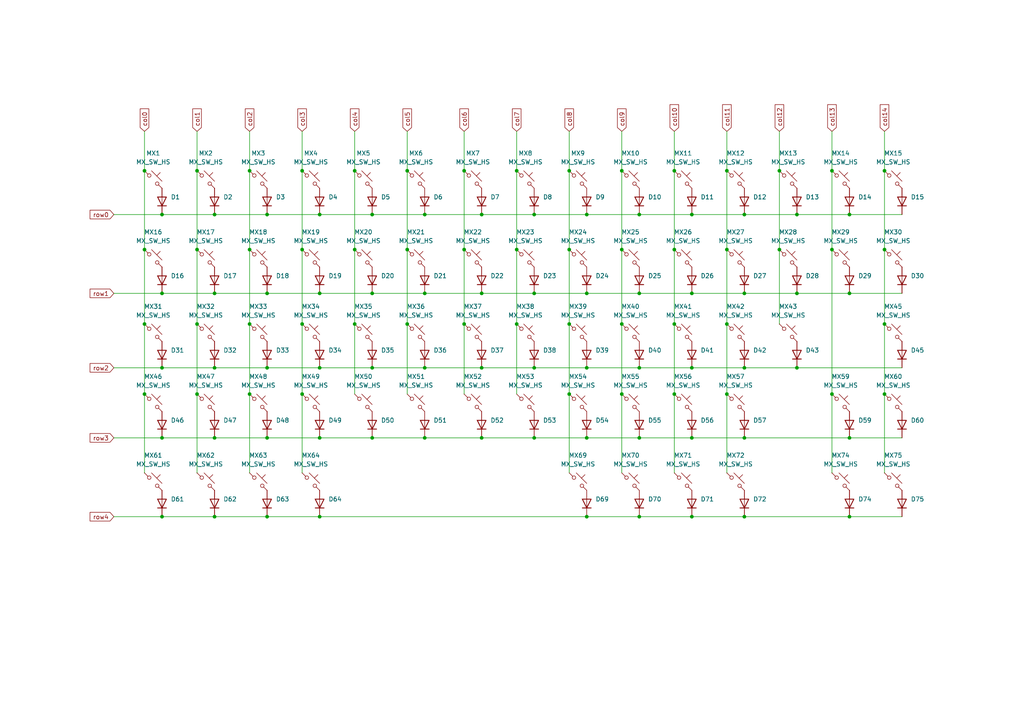
<source format=kicad_sch>
(kicad_sch (version 20231120) (generator "eeschema") (generator_version "8.0")
  (paper "A4")
  (junction (at 92.71 62.23))
  (junction (at 170.18 127))
  (junction (at 134.62 93.98))
  (junction (at 154.94 127))
  (junction (at 210.82 49.53))
  (junction (at 170.18 149.86))
  (junction (at 102.87 49.53))
  (junction (at 246.38 149.86))
  (junction (at 195.58 114.3))
  (junction (at 246.38 127))
  (junction (at 77.47 62.23))
  (junction (at 57.15 114.3))
  (junction (at 165.1 93.98))
  (junction (at 200.66 62.23))
  (junction (at 195.58 49.53))
  (junction (at 165.1 49.53))
  (junction (at 46.99 127))
  (junction (at 185.42 85.09))
  (junction (at 185.42 62.23))
  (junction (at 215.9 127))
  (junction (at 87.63 49.53))
  (junction (at 62.23 127))
  (junction (at 180.34 72.39))
  (junction (at 154.94 106.68))
  (junction (at 118.11 93.98))
  (junction (at 185.42 127))
  (junction (at 87.63 72.39))
  (junction (at 215.9 106.68))
  (junction (at 185.42 149.86))
  (junction (at 149.86 49.53))
  (junction (at 92.71 127))
  (junction (at 46.99 149.86))
  (junction (at 118.11 72.39))
  (junction (at 139.7 106.68))
  (junction (at 139.7 62.23))
  (junction (at 231.14 62.23))
  (junction (at 170.18 85.09))
  (junction (at 41.91 72.39))
  (junction (at 41.91 93.98))
  (junction (at 256.54 49.53))
  (junction (at 256.54 114.3))
  (junction (at 180.34 49.53))
  (junction (at 165.1 72.39))
  (junction (at 57.15 93.98))
  (junction (at 226.06 49.53))
  (junction (at 41.91 114.3))
  (junction (at 246.38 85.09))
  (junction (at 200.66 127))
  (junction (at 139.7 127))
  (junction (at 62.23 106.68))
  (junction (at 107.95 127))
  (junction (at 256.54 72.39))
  (junction (at 149.86 93.98))
  (junction (at 170.18 62.23))
  (junction (at 200.66 149.86))
  (junction (at 46.99 85.09))
  (junction (at 72.39 114.3))
  (junction (at 92.71 149.86))
  (junction (at 195.58 72.39))
  (junction (at 92.71 85.09))
  (junction (at 139.7 85.09))
  (junction (at 72.39 93.98))
  (junction (at 46.99 106.68))
  (junction (at 180.34 114.3))
  (junction (at 185.42 106.68))
  (junction (at 107.95 62.23))
  (junction (at 195.58 93.98))
  (junction (at 92.71 106.68))
  (junction (at 107.95 85.09))
  (junction (at 77.47 149.86))
  (junction (at 154.94 62.23))
  (junction (at 62.23 149.86))
  (junction (at 200.66 106.68))
  (junction (at 62.23 85.09))
  (junction (at 215.9 149.86))
  (junction (at 77.47 85.09))
  (junction (at 210.82 114.3))
  (junction (at 102.87 72.39))
  (junction (at 77.47 106.68))
  (junction (at 102.87 93.98))
  (junction (at 77.47 127))
  (junction (at 123.19 127))
  (junction (at 57.15 49.53))
  (junction (at 241.3 72.39))
  (junction (at 180.34 93.98))
  (junction (at 246.38 62.23))
  (junction (at 165.1 114.3))
  (junction (at 215.9 85.09))
  (junction (at 62.23 62.23))
  (junction (at 241.3 49.53))
  (junction (at 226.06 72.39))
  (junction (at 215.9 62.23))
  (junction (at 210.82 93.98))
  (junction (at 123.19 85.09))
  (junction (at 241.3 114.3))
  (junction (at 107.95 106.68))
  (junction (at 154.94 85.09))
  (junction (at 72.39 72.39))
  (junction (at 231.14 85.09))
  (junction (at 57.15 72.39))
  (junction (at 210.82 72.39))
  (junction (at 231.14 106.68))
  (junction (at 200.66 85.09))
  (junction (at 123.19 62.23))
  (junction (at 87.63 93.98))
  (junction (at 87.63 114.3))
  (junction (at 118.11 49.53))
  (junction (at 41.91 49.53))
  (junction (at 256.54 93.98))
  (junction (at 170.18 106.68))
  (junction (at 72.39 49.53))
  (junction (at 46.99 62.23))
  (junction (at 134.62 72.39))
  (junction (at 134.62 49.53))
  (junction (at 149.86 72.39))
  (junction (at 123.19 106.68))
  (wire (pts (xy 57.15 49.53) (xy 57.15 72.39)))
  (wire (pts (xy 92.71 62.23) (xy 107.95 62.23)))
  (wire (pts (xy 102.87 49.53) (xy 102.87 72.39)))
  (wire (pts (xy 165.1 93.98) (xy 165.1 114.3)))
  (wire (pts (xy 149.86 72.39) (xy 149.86 93.98)))
  (wire (pts (xy 118.11 93.98) (xy 118.11 114.3)))
  (wire (pts (xy 210.82 114.3) (xy 210.82 137.16)))
  (wire (pts (xy 87.63 38.1) (xy 87.63 49.53)))
  (wire (pts (xy 226.06 72.39) (xy 226.06 93.98)))
  (wire (pts (xy 87.63 93.98) (xy 87.63 114.3)))
  (wire (pts (xy 200.66 85.09) (xy 215.9 85.09)))
  (wire (pts (xy 185.42 85.09) (xy 200.66 85.09)))
  (wire (pts (xy 231.14 106.68) (xy 261.62 106.68)))
  (wire (pts (xy 195.58 49.53) (xy 195.58 72.39)))
  (wire (pts (xy 77.47 127) (xy 92.71 127)))
  (wire (pts (xy 77.47 62.23) (xy 92.71 62.23)))
  (wire (pts (xy 246.38 85.09) (xy 261.62 85.09)))
  (wire (pts (xy 41.91 49.53) (xy 41.91 72.39)))
  (wire (pts (xy 139.7 85.09) (xy 154.94 85.09)))
  (wire (pts (xy 134.62 49.53) (xy 134.62 72.39)))
  (wire (pts (xy 123.19 62.23) (xy 139.7 62.23)))
  (wire (pts (xy 123.19 127) (xy 139.7 127)))
  (wire (pts (xy 154.94 127) (xy 170.18 127)))
  (wire (pts (xy 46.99 106.68) (xy 62.23 106.68)))
  (wire (pts (xy 107.95 127) (xy 123.19 127)))
  (wire (pts (xy 246.38 149.86) (xy 261.62 149.86)))
  (wire (pts (xy 210.82 49.53) (xy 210.82 72.39)))
  (wire (pts (xy 118.11 38.1) (xy 118.11 49.53)))
  (wire (pts (xy 180.34 114.3) (xy 180.34 137.16)))
  (wire (pts (xy 154.94 62.23) (xy 170.18 62.23)))
  (wire (pts (xy 77.47 106.68) (xy 92.71 106.68)))
  (wire (pts (xy 195.58 93.98) (xy 195.58 114.3)))
  (wire (pts (xy 57.15 38.1) (xy 57.15 49.53)))
  (wire (pts (xy 62.23 127) (xy 77.47 127)))
  (wire (pts (xy 165.1 49.53) (xy 165.1 72.39)))
  (wire (pts (xy 210.82 93.98) (xy 210.82 114.3)))
  (wire (pts (xy 195.58 38.1) (xy 195.58 49.53)))
  (wire (pts (xy 170.18 85.09) (xy 185.42 85.09)))
  (wire (pts (xy 200.66 127) (xy 215.9 127)))
  (wire (pts (xy 41.91 72.39) (xy 41.91 93.98)))
  (wire (pts (xy 241.3 49.53) (xy 241.3 72.39)))
  (wire (pts (xy 231.14 62.23) (xy 246.38 62.23)))
  (wire (pts (xy 165.1 114.3) (xy 165.1 137.16)))
  (wire (pts (xy 215.9 106.68) (xy 231.14 106.68)))
  (wire (pts (xy 33.02 85.09) (xy 46.99 85.09)))
  (wire (pts (xy 77.47 149.86) (xy 92.71 149.86)))
  (wire (pts (xy 246.38 62.23) (xy 261.62 62.23)))
  (wire (pts (xy 180.34 49.53) (xy 180.34 72.39)))
  (wire (pts (xy 215.9 62.23) (xy 231.14 62.23)))
  (wire (pts (xy 139.7 62.23) (xy 154.94 62.23)))
  (wire (pts (xy 57.15 114.3) (xy 57.15 137.16)))
  (wire (pts (xy 215.9 149.86) (xy 246.38 149.86)))
  (wire (pts (xy 241.3 72.39) (xy 241.3 114.3)))
  (wire (pts (xy 154.94 85.09) (xy 170.18 85.09)))
  (wire (pts (xy 87.63 49.53) (xy 87.63 72.39)))
  (wire (pts (xy 46.99 62.23) (xy 62.23 62.23)))
  (wire (pts (xy 87.63 114.3) (xy 87.63 137.16)))
  (wire (pts (xy 118.11 49.53) (xy 118.11 72.39)))
  (wire (pts (xy 62.23 85.09) (xy 77.47 85.09)))
  (wire (pts (xy 41.91 93.98) (xy 41.91 114.3)))
  (wire (pts (xy 92.71 127) (xy 107.95 127)))
  (wire (pts (xy 215.9 85.09) (xy 231.14 85.09)))
  (wire (pts (xy 87.63 72.39) (xy 87.63 93.98)))
  (wire (pts (xy 107.95 106.68) (xy 123.19 106.68)))
  (wire (pts (xy 92.71 149.86) (xy 170.18 149.86)))
  (wire (pts (xy 215.9 127) (xy 246.38 127)))
  (wire (pts (xy 185.42 106.68) (xy 200.66 106.68)))
  (wire (pts (xy 185.42 62.23) (xy 200.66 62.23)))
  (wire (pts (xy 256.54 49.53) (xy 256.54 72.39)))
  (wire (pts (xy 149.86 38.1) (xy 149.86 49.53)))
  (wire (pts (xy 62.23 62.23) (xy 77.47 62.23)))
  (wire (pts (xy 180.34 38.1) (xy 180.34 49.53)))
  (wire (pts (xy 195.58 114.3) (xy 195.58 137.16)))
  (wire (pts (xy 185.42 149.86) (xy 200.66 149.86)))
  (wire (pts (xy 195.58 72.39) (xy 195.58 93.98)))
  (wire (pts (xy 200.66 149.86) (xy 215.9 149.86)))
  (wire (pts (xy 134.62 38.1) (xy 134.62 49.53)))
  (wire (pts (xy 62.23 106.68) (xy 77.47 106.68)))
  (wire (pts (xy 77.47 85.09) (xy 92.71 85.09)))
  (wire (pts (xy 41.91 38.1) (xy 41.91 49.53)))
  (wire (pts (xy 165.1 38.1) (xy 165.1 49.53)))
  (wire (pts (xy 92.71 106.68) (xy 107.95 106.68)))
  (wire (pts (xy 62.23 149.86) (xy 77.47 149.86)))
  (wire (pts (xy 72.39 38.1) (xy 72.39 49.53)))
  (wire (pts (xy 170.18 149.86) (xy 185.42 149.86)))
  (wire (pts (xy 33.02 62.23) (xy 46.99 62.23)))
  (wire (pts (xy 256.54 93.98) (xy 256.54 114.3)))
  (wire (pts (xy 139.7 127) (xy 154.94 127)))
  (wire (pts (xy 200.66 106.68) (xy 215.9 106.68)))
  (wire (pts (xy 180.34 93.98) (xy 180.34 114.3)))
  (wire (pts (xy 210.82 38.1) (xy 210.82 49.53)))
  (wire (pts (xy 149.86 93.98) (xy 149.86 114.3)))
  (wire (pts (xy 41.91 114.3) (xy 41.91 137.16)))
  (wire (pts (xy 154.94 106.68) (xy 170.18 106.68)))
  (wire (pts (xy 149.86 49.53) (xy 149.86 72.39)))
  (wire (pts (xy 246.38 127) (xy 261.62 127)))
  (wire (pts (xy 33.02 149.86) (xy 46.99 149.86)))
  (wire (pts (xy 231.14 85.09) (xy 246.38 85.09)))
  (wire (pts (xy 102.87 72.39) (xy 102.87 93.98)))
  (wire (pts (xy 72.39 114.3) (xy 72.39 137.16)))
  (wire (pts (xy 226.06 49.53) (xy 226.06 72.39)))
  (wire (pts (xy 72.39 49.53) (xy 72.39 72.39)))
  (wire (pts (xy 72.39 72.39) (xy 72.39 93.98)))
  (wire (pts (xy 107.95 62.23) (xy 123.19 62.23)))
  (wire (pts (xy 170.18 127) (xy 185.42 127)))
  (wire (pts (xy 170.18 62.23) (xy 185.42 62.23)))
  (wire (pts (xy 185.42 127) (xy 200.66 127)))
  (wire (pts (xy 72.39 93.98) (xy 72.39 114.3)))
  (wire (pts (xy 241.3 114.3) (xy 241.3 137.16)))
  (wire (pts (xy 102.87 93.98) (xy 102.87 114.3)))
  (wire (pts (xy 165.1 72.39) (xy 165.1 93.98)))
  (wire (pts (xy 256.54 38.1) (xy 256.54 49.53)))
  (wire (pts (xy 46.99 149.86) (xy 62.23 149.86)))
  (wire (pts (xy 134.62 72.39) (xy 134.62 93.98)))
  (wire (pts (xy 46.99 85.09) (xy 62.23 85.09)))
  (wire (pts (xy 92.71 85.09) (xy 107.95 85.09)))
  (wire (pts (xy 226.06 38.1) (xy 226.06 49.53)))
  (wire (pts (xy 170.18 106.68) (xy 185.42 106.68)))
  (wire (pts (xy 57.15 93.98) (xy 57.15 114.3)))
  (wire (pts (xy 102.87 38.1) (xy 102.87 49.53)))
  (wire (pts (xy 46.99 127) (xy 62.23 127)))
  (wire (pts (xy 134.62 93.98) (xy 134.62 114.3)))
  (wire (pts (xy 107.95 85.09) (xy 123.19 85.09)))
  (wire (pts (xy 118.11 72.39) (xy 118.11 93.98)))
  (wire (pts (xy 123.19 106.68) (xy 139.7 106.68)))
  (wire (pts (xy 210.82 72.39) (xy 210.82 93.98)))
  (wire (pts (xy 123.19 85.09) (xy 139.7 85.09)))
  (wire (pts (xy 139.7 106.68) (xy 154.94 106.68)))
  (wire (pts (xy 180.34 72.39) (xy 180.34 93.98)))
  (wire (pts (xy 57.15 72.39) (xy 57.15 93.98)))
  (wire (pts (xy 33.02 127) (xy 46.99 127)))
  (wire (pts (xy 200.66 62.23) (xy 215.9 62.23)))
  (wire (pts (xy 256.54 72.39) (xy 256.54 93.98)))
  (wire (pts (xy 33.02 106.68) (xy 46.99 106.68)))
  (wire (pts (xy 241.3 38.1) (xy 241.3 49.53)))
  (wire (pts (xy 256.54 114.3) (xy 256.54 137.16)))
  (global_label "col8" (shape input) (at 165.1 38.1 90) (property "Intersheetrefs" "${INTERSHEET_REFS}" (effects (hide yes))))
  (global_label "col3" (shape input) (at 87.63 38.1 90) (property "Intersheetrefs" "${INTERSHEET_REFS}" (effects (hide yes))))
  (global_label "col10" (shape input) (at 195.58 38.1 90) (property "Intersheetrefs" "${INTERSHEET_REFS}" (effects (hide yes))))
  (global_label "col2" (shape input) (at 72.39 38.1 90) (property "Intersheetrefs" "${INTERSHEET_REFS}" (effects (hide yes))))
  (global_label "col5" (shape input) (at 118.11 38.1 90) (property "Intersheetrefs" "${INTERSHEET_REFS}" (effects (hide yes))))
  (global_label "col4" (shape input) (at 102.87 38.1 90) (property "Intersheetrefs" "${INTERSHEET_REFS}" (effects (hide yes))))
  (global_label "col12" (shape input) (at 226.06 38.1 90) (property "Intersheetrefs" "${INTERSHEET_REFS}" (effects (hide yes))))
  (global_label "col14" (shape input) (at 256.54 38.1 90) (property "Intersheetrefs" "${INTERSHEET_REFS}" (effects (hide yes))))
  (global_label "col0" (shape input) (at 41.91 38.1 90) (property "Intersheetrefs" "${INTERSHEET_REFS}" (effects (hide yes))))
  (global_label "col6" (shape input) (at 134.62 38.1 90) (property "Intersheetrefs" "${INTERSHEET_REFS}" (effects (hide yes))))
  (global_label "col7" (shape input) (at 149.86 38.1 90) (property "Intersheetrefs" "${INTERSHEET_REFS}" (effects (hide yes))))
  (global_label "row2" (shape input) (at 33.02 106.68 180) (property "Intersheetrefs" "${INTERSHEET_REFS}" (effects (hide yes))))
  (global_label "col9" (shape input) (at 180.34 38.1 90) (property "Intersheetrefs" "${INTERSHEET_REFS}" (effects (hide yes))))
  (global_label "col11" (shape input) (at 210.82 38.1 90) (property "Intersheetrefs" "${INTERSHEET_REFS}" (effects (hide yes))))
  (global_label "row3" (shape input) (at 33.02 127 180) (property "Intersheetrefs" "${INTERSHEET_REFS}" (effects (hide yes))))
  (global_label "col13" (shape input) (at 241.3 38.1 90) (property "Intersheetrefs" "${INTERSHEET_REFS}" (effects (hide yes))))
  (global_label "row0" (shape input) (at 33.02 62.23 180) (property "Intersheetrefs" "${INTERSHEET_REFS}" (effects (hide yes))))
  (global_label "col1" (shape input) (at 57.15 38.1 90) (property "Intersheetrefs" "${INTERSHEET_REFS}" (effects (hide yes))))
  (global_label "row1" (shape input) (at 33.02 85.09 180) (property "Intersheetrefs" "${INTERSHEET_REFS}" (effects (hide yes))))
  (global_label "row4" (shape input) (at 33.02 149.86 180) (property "Intersheetrefs" "${INTERSHEET_REFS}" (effects (hide yes))))
  (symbol (lib_id "PCM_marbastlib-mx:MX_SW_HS_CPG151101S11") (at 90.17 116.84 0) (unit 1)
    (property "Reference" "MX49" (at 90.17 109.22 0))
    (property "Value" "MX_SW_HS" (at 90.17 111.76 0))
    (property "Footprint" "PCM_marbastlib-mx:SW_MX_HS_CPG151101S11_1u" (effects (hide yes)))
    (property "Description" "Push button switch, normally open, two pins, 45° tilted, Kailh CPG151101S11 for Cherry MX style switches" (effects (hide yes)))
  )
  (symbol (lib_id "PCM_marbastlib-mx:MX_SW_HS_CPG151101S11") (at 167.64 52.07 0) (unit 1)
    (property "Reference" "MX9" (at 167.64 44.45 0))
    (property "Value" "MX_SW_HS" (at 167.64 46.99 0))
    (property "Footprint" "PCM_marbastlib-mx:SW_MX_HS_CPG151101S11_1u" (effects (hide yes)))
    (property "Description" "Push button switch, normally open, two pins, 45° tilted, Kailh CPG151101S11 for Cherry MX style switches" (effects (hide yes)))
  )
  (symbol (lib_id "Device:D") (at 46.99 123.19 90) (unit 1)
    (property "Reference" "D46" (at 49.53 121.9199 90) (effects (justify right)))
    (property "Value" "D" (effects (hide yes)))
    (property "Description" "Diode" (effects (hide yes)))
    (property "Sim.Device" "D" (effects (hide yes)))
    (property "Sim.Pins" "1=K 2=A" (effects (hide yes)))
  )
  (symbol (lib_id "Device:D") (at 170.18 102.87 90) (unit 1)
    (property "Reference" "D39" (at 172.72 101.5999 90) (effects (justify right)))
    (property "Value" "D" (effects (hide yes)))
    (property "Description" "Diode" (effects (hide yes)))
    (property "Sim.Device" "D" (effects (hide yes)))
    (property "Sim.Pins" "1=K 2=A" (effects (hide yes)))
  )
  (symbol (lib_id "Device:D") (at 107.95 102.87 90) (unit 1)
    (property "Reference" "D35" (at 110.49 101.5999 90) (effects (justify right)))
    (property "Value" "D" (effects (hide yes)))
    (property "Description" "Diode" (effects (hide yes)))
    (property "Sim.Device" "D" (effects (hide yes)))
    (property "Sim.Pins" "1=K 2=A" (effects (hide yes)))
  )
  (symbol (lib_id "PCM_marbastlib-mx:MX_SW_HS_CPG151101S11") (at 120.65 96.52 0) (unit 1)
    (property "Reference" "MX36" (at 120.65 88.9 0))
    (property "Value" "MX_SW_HS" (at 120.65 91.44 0))
    (property "Footprint" "PCM_marbastlib-mx:SW_MX_HS_CPG151101S11_1u" (effects (hide yes)))
    (property "Description" "Push button switch, normally open, two pins, 45° tilted, Kailh CPG151101S11 for Cherry MX style switches" (effects (hide yes)))
  )
  (symbol (lib_id "Device:D") (at 200.66 102.87 90) (unit 1)
    (property "Reference" "D41" (at 203.2 101.5999 90) (effects (justify right)))
    (property "Value" "D" (effects (hide yes)))
    (property "Description" "Diode" (effects (hide yes)))
    (property "Sim.Device" "D" (effects (hide yes)))
    (property "Sim.Pins" "1=K 2=A" (effects (hide yes)))
  )
  (symbol (lib_id "Device:D") (at 261.62 102.87 90) (unit 1)
    (property "Reference" "D45" (at 264.16 101.5999 90) (effects (justify right)))
    (property "Value" "D" (effects (hide yes)))
    (property "Description" "Diode" (effects (hide yes)))
    (property "Sim.Device" "D" (effects (hide yes)))
    (property "Sim.Pins" "1=K 2=A" (effects (hide yes)))
  )
  (symbol (lib_id "PCM_marbastlib-mx:MX_SW_HS_CPG151101S11") (at 74.93 52.07 0) (unit 1)
    (property "Reference" "MX3" (at 74.93 44.45 0))
    (property "Value" "MX_SW_HS" (at 74.93 46.99 0))
    (property "Footprint" "PCM_marbastlib-mx:SW_MX_HS_CPG151101S11_1u" (effects (hide yes)))
    (property "Description" "Push button switch, normally open, two pins, 45° tilted, Kailh CPG151101S11 for Cherry MX style switches" (effects (hide yes)))
  )
  (symbol (lib_id "PCM_marbastlib-mx:MX_SW_HS_CPG151101S11") (at 259.08 96.52 0) (unit 1)
    (property "Reference" "MX45" (at 259.08 88.9 0))
    (property "Value" "MX_SW_HS" (at 259.08 91.44 0))
    (property "Footprint" "PCM_marbastlib-mx:SW_MX_HS_CPG151101S11_1u" (effects (hide yes)))
    (property "Description" "Push button switch, normally open, two pins, 45° tilted, Kailh CPG151101S11 for Cherry MX style switches" (effects (hide yes)))
  )
  (symbol (lib_id "Device:D") (at 200.66 81.28 90) (unit 1)
    (property "Reference" "D26" (at 203.2 80.0099 90) (effects (justify right)))
    (property "Value" "D" (effects (hide yes)))
    (property "Description" "Diode" (effects (hide yes)))
    (property "Sim.Device" "D" (effects (hide yes)))
    (property "Sim.Pins" "1=K 2=A" (effects (hide yes)))
  )
  (symbol (lib_id "Device:D") (at 215.9 123.19 90) (unit 1)
    (property "Reference" "D57" (at 218.44 121.9199 90) (effects (justify right)))
    (property "Value" "D" (effects (hide yes)))
    (property "Description" "Diode" (effects (hide yes)))
    (property "Sim.Device" "D" (effects (hide yes)))
    (property "Sim.Pins" "1=K 2=A" (effects (hide yes)))
  )
  (symbol (lib_id "PCM_marbastlib-mx:MX_SW_HS_CPG151101S11") (at 44.45 52.07 0) (unit 1)
    (property "Reference" "MX1" (at 44.45 44.45 0))
    (property "Value" "MX_SW_HS" (at 44.45 46.99 0))
    (property "Footprint" "PCM_marbastlib-mx:SW_MX_HS_CPG151101S11_1u" (effects (hide yes)))
    (property "Description" "Push button switch, normally open, two pins, 45° tilted, Kailh CPG151101S11 for Cherry MX style switches" (effects (hide yes)))
  )
  (symbol (lib_id "Device:D") (at 77.47 81.28 90) (unit 1)
    (property "Reference" "D18" (at 80.01 80.0099 90) (effects (justify right)))
    (property "Value" "D" (effects (hide yes)))
    (property "Description" "Diode" (effects (hide yes)))
    (property "Sim.Device" "D" (effects (hide yes)))
    (property "Sim.Pins" "1=K 2=A" (effects (hide yes)))
  )
  (symbol (lib_id "Device:D") (at 62.23 81.28 90) (unit 1)
    (property "Reference" "D17" (at 64.77 80.0099 90) (effects (justify right)))
    (property "Value" "D" (effects (hide yes)))
    (property "Description" "Diode" (effects (hide yes)))
    (property "Sim.Device" "D" (effects (hide yes)))
    (property "Sim.Pins" "1=K 2=A" (effects (hide yes)))
  )
  (symbol (lib_id "PCM_marbastlib-mx:MX_SW_HS_CPG151101S11") (at 105.41 96.52 0) (unit 1)
    (property "Reference" "MX35" (at 105.41 88.9 0))
    (property "Value" "MX_SW_HS" (at 105.41 91.44 0))
    (property "Footprint" "PCM_marbastlib-mx:SW_MX_HS_CPG151101S11_1u" (effects (hide yes)))
    (property "Description" "Push button switch, normally open, two pins, 45° tilted, Kailh CPG151101S11 for Cherry MX style switches" (effects (hide yes)))
  )
  (symbol (lib_id "Device:D") (at 200.66 123.19 90) (unit 1)
    (property "Reference" "D56" (at 203.2 121.9199 90) (effects (justify right)))
    (property "Value" "D" (effects (hide yes)))
    (property "Description" "Diode" (effects (hide yes)))
    (property "Sim.Device" "D" (effects (hide yes)))
    (property "Sim.Pins" "1=K 2=A" (effects (hide yes)))
  )
  (symbol (lib_id "PCM_marbastlib-mx:MX_SW_HS_CPG151101S11") (at 198.12 116.84 0) (unit 1)
    (property "Reference" "MX56" (at 198.12 109.22 0))
    (property "Value" "MX_SW_HS" (at 198.12 111.76 0))
    (property "Footprint" "PCM_marbastlib-mx:SW_MX_HS_CPG151101S11_1u" (effects (hide yes)))
    (property "Description" "Push button switch, normally open, two pins, 45° tilted, Kailh CPG151101S11 for Cherry MX style switches" (effects (hide yes)))
  )
  (symbol (lib_id "PCM_marbastlib-mx:MX_SW_HS_CPG151101S11") (at 259.08 74.93 0) (unit 1)
    (property "Reference" "MX30" (at 259.08 67.31 0))
    (property "Value" "MX_SW_HS" (at 259.08 69.85 0))
    (property "Footprint" "PCM_marbastlib-mx:SW_MX_HS_CPG151101S11_1u" (effects (hide yes)))
    (property "Description" "Push button switch, normally open, two pins, 45° tilted, Kailh CPG151101S11 for Cherry MX style switches" (effects (hide yes)))
  )
  (symbol (lib_id "Device:D") (at 107.95 81.28 90) (unit 1)
    (property "Reference" "D20" (at 110.49 80.0099 90) (effects (justify right)))
    (property "Value" "D" (effects (hide yes)))
    (property "Description" "Diode" (effects (hide yes)))
    (property "Sim.Device" "D" (effects (hide yes)))
    (property "Sim.Pins" "1=K 2=A" (effects (hide yes)))
  )
  (symbol (lib_id "Device:D") (at 62.23 102.87 90) (unit 1)
    (property "Reference" "D32" (at 64.77 101.5999 90) (effects (justify right)))
    (property "Value" "D" (effects (hide yes)))
    (property "Description" "Diode" (effects (hide yes)))
    (property "Sim.Device" "D" (effects (hide yes)))
    (property "Sim.Pins" "1=K 2=A" (effects (hide yes)))
  )
  (symbol (lib_id "PCM_marbastlib-mx:MX_SW_HS_CPG151101S11") (at 74.93 74.93 0) (unit 1)
    (property "Reference" "MX18" (at 74.93 67.31 0))
    (property "Value" "MX_SW_HS" (at 74.93 69.85 0))
    (property "Footprint" "PCM_marbastlib-mx:SW_MX_HS_CPG151101S11_1u" (effects (hide yes)))
    (property "Description" "Push button switch, normally open, two pins, 45° tilted, Kailh CPG151101S11 for Cherry MX style switches" (effects (hide yes)))
  )
  (symbol (lib_id "Device:D") (at 185.42 123.19 90) (unit 1)
    (property "Reference" "D55" (at 187.96 121.9199 90) (effects (justify right)))
    (property "Value" "D" (effects (hide yes)))
    (property "Description" "Diode" (effects (hide yes)))
    (property "Sim.Device" "D" (effects (hide yes)))
    (property "Sim.Pins" "1=K 2=A" (effects (hide yes)))
  )
  (symbol (lib_id "Device:D") (at 123.19 102.87 90) (unit 1)
    (property "Reference" "D36" (at 125.73 101.5999 90) (effects (justify right)))
    (property "Value" "D" (effects (hide yes)))
    (property "Description" "Diode" (effects (hide yes)))
    (property "Sim.Device" "D" (effects (hide yes)))
    (property "Sim.Pins" "1=K 2=A" (effects (hide yes)))
  )
  (symbol (lib_id "PCM_marbastlib-mx:MX_SW_HS_CPG151101S11") (at 44.45 74.93 0) (unit 1)
    (property "Reference" "MX16" (at 44.45 67.31 0))
    (property "Value" "MX_SW_HS" (at 44.45 69.85 0))
    (property "Footprint" "PCM_marbastlib-mx:SW_MX_HS_CPG151101S11_1u" (effects (hide yes)))
    (property "Description" "Push button switch, normally open, two pins, 45° tilted, Kailh CPG151101S11 for Cherry MX style switches" (effects (hide yes)))
  )
  (symbol (lib_id "PCM_marbastlib-mx:MX_SW_HS_CPG151101S11") (at 59.69 139.7 0) (unit 1)
    (property "Reference" "MX62" (at 59.69 132.08 0))
    (property "Value" "MX_SW_HS" (at 59.69 134.62 0))
    (property "Footprint" "PCM_marbastlib-mx:SW_MX_HS_CPG151101S11_1u" (effects (hide yes)))
    (property "Description" "Push button switch, normally open, two pins, 45° tilted, Kailh CPG151101S11 for Cherry MX style switches" (effects (hide yes)))
  )
  (symbol (lib_id "Device:D") (at 123.19 58.42 90) (unit 1)
    (property "Reference" "D6" (at 125.73 57.1499 90) (effects (justify right)))
    (property "Value" "D" (effects (hide yes)))
    (property "Description" "Diode" (effects (hide yes)))
    (property "Sim.Device" "D" (effects (hide yes)))
    (property "Sim.Pins" "1=K 2=A" (effects (hide yes)))
  )
  (symbol (lib_id "Device:D") (at 139.7 123.19 90) (unit 1)
    (property "Reference" "D52" (at 142.24 121.9199 90) (effects (justify right)))
    (property "Value" "D" (effects (hide yes)))
    (property "Description" "Diode" (effects (hide yes)))
    (property "Sim.Device" "D" (effects (hide yes)))
    (property "Sim.Pins" "1=K 2=A" (effects (hide yes)))
  )
  (symbol (lib_id "PCM_marbastlib-mx:MX_SW_HS_CPG151101S11") (at 90.17 74.93 0) (unit 1)
    (property "Reference" "MX19" (at 90.17 67.31 0))
    (property "Value" "MX_SW_HS" (at 90.17 69.85 0))
    (property "Footprint" "PCM_marbastlib-mx:SW_MX_HS_CPG151101S11_1u" (effects (hide yes)))
    (property "Description" "Push button switch, normally open, two pins, 45° tilted, Kailh CPG151101S11 for Cherry MX style switches" (effects (hide yes)))
  )
  (symbol (lib_id "PCM_marbastlib-mx:MX_SW_HS_CPG151101S11") (at 44.45 96.52 0) (unit 1)
    (property "Reference" "MX31" (at 44.45 88.9 0))
    (property "Value" "MX_SW_HS" (at 44.45 91.44 0))
    (property "Footprint" "PCM_marbastlib-mx:SW_MX_HS_CPG151101S11_1u" (effects (hide yes)))
    (property "Description" "Push button switch, normally open, two pins, 45° tilted, Kailh CPG151101S11 for Cherry MX style switches" (effects (hide yes)))
  )
  (symbol (lib_id "Device:D") (at 62.23 58.42 90) (unit 1)
    (property "Reference" "D2" (at 64.77 57.1499 90) (effects (justify right)))
    (property "Value" "D" (effects (hide yes)))
    (property "Description" "Diode" (effects (hide yes)))
    (property "Sim.Device" "D" (effects (hide yes)))
    (property "Sim.Pins" "1=K 2=A" (effects (hide yes)))
  )
  (symbol (lib_id "Device:D") (at 170.18 146.05 90) (unit 1)
    (property "Reference" "D69" (at 172.72 144.7799 90) (effects (justify right)))
    (property "Value" "D" (effects (hide yes)))
    (property "Description" "Diode" (effects (hide yes)))
    (property "Sim.Device" "D" (effects (hide yes)))
    (property "Sim.Pins" "1=K 2=A" (effects (hide yes)))
  )
  (symbol (lib_id "PCM_marbastlib-mx:MX_SW_HS_CPG151101S11") (at 198.12 52.07 0) (unit 1)
    (property "Reference" "MX11" (at 198.12 44.45 0))
    (property "Value" "MX_SW_HS" (at 198.12 46.99 0))
    (property "Footprint" "PCM_marbastlib-mx:SW_MX_HS_CPG151101S11_1u" (effects (hide yes)))
    (property "Description" "Push button switch, normally open, two pins, 45° tilted, Kailh CPG151101S11 for Cherry MX style switches" (effects (hide yes)))
  )
  (symbol (lib_id "Device:D") (at 246.38 146.05 90) (unit 1)
    (property "Reference" "D74" (at 248.92 144.7799 90) (effects (justify right)))
    (property "Value" "D" (effects (hide yes)))
    (property "Description" "Diode" (effects (hide yes)))
    (property "Sim.Device" "D" (effects (hide yes)))
    (property "Sim.Pins" "1=K 2=A" (effects (hide yes)))
  )
  (symbol (lib_id "Device:D") (at 123.19 81.28 90) (unit 1)
    (property "Reference" "D21" (at 125.73 80.0099 90) (effects (justify right)))
    (property "Value" "D" (effects (hide yes)))
    (property "Description" "Diode" (effects (hide yes)))
    (property "Sim.Device" "D" (effects (hide yes)))
    (property "Sim.Pins" "1=K 2=A" (effects (hide yes)))
  )
  (symbol (lib_id "Device:D") (at 231.14 102.87 90) (unit 1)
    (property "Reference" "D43" (at 233.68 101.5999 90) (effects (justify right)))
    (property "Value" "D" (effects (hide yes)))
    (property "Description" "Diode" (effects (hide yes)))
    (property "Sim.Device" "D" (effects (hide yes)))
    (property "Sim.Pins" "1=K 2=A" (effects (hide yes)))
  )
  (symbol (lib_id "PCM_marbastlib-mx:MX_SW_HS_CPG151101S11") (at 105.41 74.93 0) (unit 1)
    (property "Reference" "MX20" (at 105.41 67.31 0))
    (property "Value" "MX_SW_HS" (at 105.41 69.85 0))
    (property "Footprint" "PCM_marbastlib-mx:SW_MX_HS_CPG151101S11_1u" (effects (hide yes)))
    (property "Description" "Push button switch, normally open, two pins, 45° tilted, Kailh CPG151101S11 for Cherry MX style switches" (effects (hide yes)))
  )
  (symbol (lib_id "PCM_marbastlib-mx:MX_SW_HS_CPG151101S11") (at 74.93 116.84 0) (unit 1)
    (property "Reference" "MX48" (at 74.93 109.22 0))
    (property "Value" "MX_SW_HS" (at 74.93 111.76 0))
    (property "Footprint" "PCM_marbastlib-mx:SW_MX_HS_CPG151101S11_1u" (effects (hide yes)))
    (property "Description" "Push button switch, normally open, two pins, 45° tilted, Kailh CPG151101S11 for Cherry MX style switches" (effects (hide yes)))
  )
  (symbol (lib_id "PCM_marbastlib-mx:MX_SW_HS_CPG151101S11") (at 74.93 139.7 0) (unit 1)
    (property "Reference" "MX63" (at 74.93 132.08 0))
    (property "Value" "MX_SW_HS" (at 74.93 134.62 0))
    (property "Footprint" "PCM_marbastlib-mx:SW_MX_HS_CPG151101S11_1u" (effects (hide yes)))
    (property "Description" "Push button switch, normally open, two pins, 45° tilted, Kailh CPG151101S11 for Cherry MX style switches" (effects (hide yes)))
  )
  (symbol (lib_id "Device:D") (at 46.99 81.28 90) (unit 1)
    (property "Reference" "D16" (at 49.53 80.0099 90) (effects (justify right)))
    (property "Value" "D" (effects (hide yes)))
    (property "Description" "Diode" (effects (hide yes)))
    (property "Sim.Device" "D" (effects (hide yes)))
    (property "Sim.Pins" "1=K 2=A" (effects (hide yes)))
  )
  (symbol (lib_id "Device:D") (at 154.94 58.42 90) (unit 1)
    (property "Reference" "D8" (at 157.48 57.1499 90) (effects (justify right)))
    (property "Value" "D" (effects (hide yes)))
    (property "Description" "Diode" (effects (hide yes)))
    (property "Sim.Device" "D" (effects (hide yes)))
    (property "Sim.Pins" "1=K 2=A" (effects (hide yes)))
  )
  (symbol (lib_id "Device:D") (at 261.62 58.42 90) (unit 1)
    (property "Reference" "D15" (at 264.16 57.1499 90) (effects (justify right)))
    (property "Value" "D" (effects (hide yes)))
    (property "Description" "Diode" (effects (hide yes)))
    (property "Sim.Device" "D" (effects (hide yes)))
    (property "Sim.Pins" "1=K 2=A" (effects (hide yes)))
  )
  (symbol (lib_id "PCM_marbastlib-mx:MX_SW_HS_CPG151101S11") (at 137.16 96.52 0) (unit 1)
    (property "Reference" "MX37" (at 137.16 88.9 0))
    (property "Value" "MX_SW_HS" (at 137.16 91.44 0))
    (property "Footprint" "PCM_marbastlib-mx:SW_MX_HS_CPG151101S11_1u" (effects (hide yes)))
    (property "Description" "Push button switch, normally open, two pins, 45° tilted, Kailh CPG151101S11 for Cherry MX style switches" (effects (hide yes)))
  )
  (symbol (lib_id "PCM_marbastlib-mx:MX_SW_HS_CPG151101S11") (at 167.64 116.84 0) (unit 1)
    (property "Reference" "MX54" (at 167.64 109.22 0))
    (property "Value" "MX_SW_HS" (at 167.64 111.76 0))
    (property "Footprint" "PCM_marbastlib-mx:SW_MX_HS_CPG151101S11_1u" (effects (hide yes)))
    (property "Description" "Push button switch, normally open, two pins, 45° tilted, Kailh CPG151101S11 for Cherry MX style switches" (effects (hide yes)))
  )
  (symbol (lib_id "PCM_marbastlib-mx:MX_SW_HS_CPG151101S11") (at 105.41 52.07 0) (unit 1)
    (property "Reference" "MX5" (at 105.41 44.45 0))
    (property "Value" "MX_SW_HS" (at 105.41 46.99 0))
    (property "Footprint" "PCM_marbastlib-mx:SW_MX_HS_CPG151101S11_1u" (effects (hide yes)))
    (property "Description" "Push button switch, normally open, two pins, 45° tilted, Kailh CPG151101S11 for Cherry MX style switches" (effects (hide yes)))
  )
  (symbol (lib_id "PCM_marbastlib-mx:MX_SW_HS_CPG151101S11") (at 59.69 116.84 0) (unit 1)
    (property "Reference" "MX47" (at 59.69 109.22 0))
    (property "Value" "MX_SW_HS" (at 59.69 111.76 0))
    (property "Footprint" "PCM_marbastlib-mx:SW_MX_HS_CPG151101S11_1u" (effects (hide yes)))
    (property "Description" "Push button switch, normally open, two pins, 45° tilted, Kailh CPG151101S11 for Cherry MX style switches" (effects (hide yes)))
  )
  (symbol (lib_id "PCM_marbastlib-mx:MX_SW_HS_CPG151101S11") (at 44.45 139.7 0) (unit 1)
    (property "Reference" "MX61" (at 44.45 132.08 0))
    (property "Value" "MX_SW_HS" (at 44.45 134.62 0))
    (property "Footprint" "PCM_marbastlib-mx:SW_MX_HS_CPG151101S11_1u" (effects (hide yes)))
    (property "Description" "Push button switch, normally open, two pins, 45° tilted, Kailh CPG151101S11 for Cherry MX style switches" (effects (hide yes)))
  )
  (symbol (lib_id "PCM_marbastlib-mx:MX_SW_HS_CPG151101S11") (at 120.65 74.93 0) (unit 1)
    (property "Reference" "MX21" (at 120.65 67.31 0))
    (property "Value" "MX_SW_HS" (at 120.65 69.85 0))
    (property "Footprint" "PCM_marbastlib-mx:SW_MX_HS_CPG151101S11_1u" (effects (hide yes)))
    (property "Description" "Push button switch, normally open, two pins, 45° tilted, Kailh CPG151101S11 for Cherry MX style switches" (effects (hide yes)))
  )
  (symbol (lib_id "PCM_marbastlib-mx:MX_SW_HS_CPG151101S11") (at 137.16 116.84 0) (unit 1)
    (property "Reference" "MX52" (at 137.16 109.22 0))
    (property "Value" "MX_SW_HS" (at 137.16 111.76 0))
    (property "Footprint" "PCM_marbastlib-mx:SW_MX_HS_CPG151101S11_1u" (effects (hide yes)))
    (property "Description" "Push button switch, normally open, two pins, 45° tilted, Kailh CPG151101S11 for Cherry MX style switches" (effects (hide yes)))
  )
  (symbol (lib_id "PCM_marbastlib-mx:MX_SW_HS_CPG151101S11") (at 228.6 74.93 0) (unit 1)
    (property "Reference" "MX28" (at 228.6 67.31 0))
    (property "Value" "MX_SW_HS" (at 228.6 69.85 0))
    (property "Footprint" "PCM_marbastlib-mx:SW_MX_HS_CPG151101S11_1u" (effects (hide yes)))
    (property "Description" "Push button switch, normally open, two pins, 45° tilted, Kailh CPG151101S11 for Cherry MX style switches" (effects (hide yes)))
  )
  (symbol (lib_id "PCM_marbastlib-mx:MX_SW_HS_CPG151101S11") (at 90.17 52.07 0) (unit 1)
    (property "Reference" "MX4" (at 90.17 44.45 0))
    (property "Value" "MX_SW_HS" (at 90.17 46.99 0))
    (property "Footprint" "PCM_marbastlib-mx:SW_MX_HS_CPG151101S11_1u" (effects (hide yes)))
    (property "Description" "Push button switch, normally open, two pins, 45° tilted, Kailh CPG151101S11 for Cherry MX style switches" (effects (hide yes)))
  )
  (symbol (lib_id "Device:D") (at 77.47 123.19 90) (unit 1)
    (property "Reference" "D48" (at 80.01 121.9199 90) (effects (justify right)))
    (property "Value" "D" (effects (hide yes)))
    (property "Description" "Diode" (effects (hide yes)))
    (property "Sim.Device" "D" (effects (hide yes)))
    (property "Sim.Pins" "1=K 2=A" (effects (hide yes)))
  )
  (symbol (lib_id "Device:D") (at 261.62 123.19 90) (unit 1)
    (property "Reference" "D60" (at 264.16 121.9199 90) (effects (justify right)))
    (property "Value" "D" (effects (hide yes)))
    (property "Description" "Diode" (effects (hide yes)))
    (property "Sim.Device" "D" (effects (hide yes)))
    (property "Sim.Pins" "1=K 2=A" (effects (hide yes)))
  )
  (symbol (lib_id "PCM_marbastlib-mx:MX_SW_HS_CPG151101S11") (at 105.41 116.84 0) (unit 1)
    (property "Reference" "MX50" (at 105.41 109.22 0))
    (property "Value" "MX_SW_HS" (at 105.41 111.76 0))
    (property "Footprint" "PCM_marbastlib-mx:SW_MX_HS_CPG151101S11_1u" (effects (hide yes)))
    (property "Description" "Push button switch, normally open, two pins, 45° tilted, Kailh CPG151101S11 for Cherry MX style switches" (effects (hide yes)))
  )
  (symbol (lib_id "Device:D") (at 200.66 146.05 90) (unit 1)
    (property "Reference" "D71" (at 203.2 144.7799 90) (effects (justify right)))
    (property "Value" "D" (effects (hide yes)))
    (property "Description" "Diode" (effects (hide yes)))
    (property "Sim.Device" "D" (effects (hide yes)))
    (property "Sim.Pins" "1=K 2=A" (effects (hide yes)))
  )
  (symbol (lib_id "Device:D") (at 170.18 58.42 90) (unit 1)
    (property "Reference" "D9" (at 172.72 57.1499 90) (effects (justify right)))
    (property "Value" "D" (effects (hide yes)))
    (property "Description" "Diode" (effects (hide yes)))
    (property "Sim.Device" "D" (effects (hide yes)))
    (property "Sim.Pins" "1=K 2=A" (effects (hide yes)))
  )
  (symbol (lib_id "PCM_marbastlib-mx:MX_SW_HS_CPG151101S11") (at 243.84 74.93 0) (unit 1)
    (property "Reference" "MX29" (at 243.84 67.31 0))
    (property "Value" "MX_SW_HS" (at 243.84 69.85 0))
    (property "Footprint" "PCM_marbastlib-mx:SW_MX_HS_CPG151101S11_1u" (effects (hide yes)))
    (property "Description" "Push button switch, normally open, two pins, 45° tilted, Kailh CPG151101S11 for Cherry MX style switches" (effects (hide yes)))
  )
  (symbol (lib_id "PCM_marbastlib-mx:MX_SW_HS_CPG151101S11") (at 152.4 52.07 0) (unit 1)
    (property "Reference" "MX8" (at 152.4 44.45 0))
    (property "Value" "MX_SW_HS" (at 152.4 46.99 0))
    (property "Footprint" "PCM_marbastlib-mx:SW_MX_HS_CPG151101S11_1u" (effects (hide yes)))
    (property "Description" "Push button switch, normally open, two pins, 45° tilted, Kailh CPG151101S11 for Cherry MX style switches" (effects (hide yes)))
  )
  (symbol (lib_id "Device:D") (at 231.14 58.42 90) (unit 1)
    (property "Reference" "D13" (at 233.68 57.1499 90) (effects (justify right)))
    (property "Value" "D" (effects (hide yes)))
    (property "Description" "Diode" (effects (hide yes)))
    (property "Sim.Device" "D" (effects (hide yes)))
    (property "Sim.Pins" "1=K 2=A" (effects (hide yes)))
  )
  (symbol (lib_id "PCM_marbastlib-mx:MX_SW_HS_CPG151101S11") (at 213.36 116.84 0) (unit 1)
    (property "Reference" "MX57" (at 213.36 109.22 0))
    (property "Value" "MX_SW_HS" (at 213.36 111.76 0))
    (property "Footprint" "PCM_marbastlib-mx:SW_MX_HS_CPG151101S11_1u" (effects (hide yes)))
    (property "Description" "Push button switch, normally open, two pins, 45° tilted, Kailh CPG151101S11 for Cherry MX style switches" (effects (hide yes)))
  )
  (symbol (lib_id "PCM_marbastlib-mx:MX_SW_HS_CPG151101S11") (at 182.88 116.84 0) (unit 1)
    (property "Reference" "MX55" (at 182.88 109.22 0))
    (property "Value" "MX_SW_HS" (at 182.88 111.76 0))
    (property "Footprint" "PCM_marbastlib-mx:SW_MX_HS_CPG151101S11_1u" (effects (hide yes)))
    (property "Description" "Push button switch, normally open, two pins, 45° tilted, Kailh CPG151101S11 for Cherry MX style switches" (effects (hide yes)))
  )
  (symbol (lib_id "Device:D") (at 139.7 58.42 90) (unit 1)
    (property "Reference" "D7" (at 142.24 57.1499 90) (effects (justify right)))
    (property "Value" "D" (effects (hide yes)))
    (property "Description" "Diode" (effects (hide yes)))
    (property "Sim.Device" "D" (effects (hide yes)))
    (property "Sim.Pins" "1=K 2=A" (effects (hide yes)))
  )
  (symbol (lib_id "Device:D") (at 46.99 102.87 90) (unit 1)
    (property "Reference" "D31" (at 49.53 101.5999 90) (effects (justify right)))
    (property "Value" "D" (effects (hide yes)))
    (property "Description" "Diode" (effects (hide yes)))
    (property "Sim.Device" "D" (effects (hide yes)))
    (property "Sim.Pins" "1=K 2=A" (effects (hide yes)))
  )
  (symbol (lib_id "PCM_marbastlib-mx:MX_SW_HS_CPG151101S11") (at 182.88 74.93 0) (unit 1)
    (property "Reference" "MX25" (at 182.88 67.31 0))
    (property "Value" "MX_SW_HS" (at 182.88 69.85 0))
    (property "Footprint" "PCM_marbastlib-mx:SW_MX_HS_CPG151101S11_1u" (effects (hide yes)))
    (property "Description" "Push button switch, normally open, two pins, 45° tilted, Kailh CPG151101S11 for Cherry MX style switches" (effects (hide yes)))
  )
  (symbol (lib_id "PCM_marbastlib-mx:MX_SW_HS_CPG151101S11") (at 59.69 52.07 0) (unit 1)
    (property "Reference" "MX2" (at 59.69 44.45 0))
    (property "Value" "MX_SW_HS" (at 59.69 46.99 0))
    (property "Footprint" "PCM_marbastlib-mx:SW_MX_HS_CPG151101S11_1u" (effects (hide yes)))
    (property "Description" "Push button switch, normally open, two pins, 45° tilted, Kailh CPG151101S11 for Cherry MX style switches" (effects (hide yes)))
  )
  (symbol (lib_id "Device:D") (at 139.7 102.87 90) (unit 1)
    (property "Reference" "D37" (at 142.24 101.5999 90) (effects (justify right)))
    (property "Value" "D" (effects (hide yes)))
    (property "Description" "Diode" (effects (hide yes)))
    (property "Sim.Device" "D" (effects (hide yes)))
    (property "Sim.Pins" "1=K 2=A" (effects (hide yes)))
  )
  (symbol (lib_id "Device:D") (at 62.23 146.05 90) (unit 1)
    (property "Reference" "D62" (at 64.77 144.7799 90) (effects (justify right)))
    (property "Value" "D" (effects (hide yes)))
    (property "Description" "Diode" (effects (hide yes)))
    (property "Sim.Device" "D" (effects (hide yes)))
    (property "Sim.Pins" "1=K 2=A" (effects (hide yes)))
  )
  (symbol (lib_id "PCM_marbastlib-mx:MX_SW_HS_CPG151101S11") (at 137.16 52.07 0) (unit 1)
    (property "Reference" "MX7" (at 137.16 44.45 0))
    (property "Value" "MX_SW_HS" (at 137.16 46.99 0))
    (property "Footprint" "PCM_marbastlib-mx:SW_MX_HS_CPG151101S11_1u" (effects (hide yes)))
    (property "Description" "Push button switch, normally open, two pins, 45° tilted, Kailh CPG151101S11 for Cherry MX style switches" (effects (hide yes)))
  )
  (symbol (lib_id "Device:D") (at 77.47 146.05 90) (unit 1)
    (property "Reference" "D63" (at 80.01 144.7799 90) (effects (justify right)))
    (property "Value" "D" (effects (hide yes)))
    (property "Description" "Diode" (effects (hide yes)))
    (property "Sim.Device" "D" (effects (hide yes)))
    (property "Sim.Pins" "1=K 2=A" (effects (hide yes)))
  )
  (symbol (lib_id "Device:D") (at 46.99 58.42 90) (unit 1)
    (property "Reference" "D1" (at 49.53 57.1499 90) (effects (justify right)))
    (property "Value" "D" (effects (hide yes)))
    (property "Description" "Diode" (effects (hide yes)))
    (property "Sim.Device" "D" (effects (hide yes)))
    (property "Sim.Pins" "1=K 2=A" (effects (hide yes)))
  )
  (symbol (lib_id "Device:D") (at 154.94 81.28 90) (unit 1)
    (property "Reference" "D23" (at 157.48 80.0099 90) (effects (justify right)))
    (property "Value" "D" (effects (hide yes)))
    (property "Description" "Diode" (effects (hide yes)))
    (property "Sim.Device" "D" (effects (hide yes)))
    (property "Sim.Pins" "1=K 2=A" (effects (hide yes)))
  )
  (symbol (lib_id "Device:D") (at 261.62 146.05 90) (unit 1)
    (property "Reference" "D75" (at 264.16 144.7799 90) (effects (justify right)))
    (property "Value" "D" (effects (hide yes)))
    (property "Description" "Diode" (effects (hide yes)))
    (property "Sim.Device" "D" (effects (hide yes)))
    (property "Sim.Pins" "1=K 2=A" (effects (hide yes)))
  )
  (symbol (lib_id "PCM_marbastlib-mx:MX_SW_HS_CPG151101S11") (at 259.08 52.07 0) (unit 1)
    (property "Reference" "MX15" (at 259.08 44.45 0))
    (property "Value" "MX_SW_HS" (at 259.08 46.99 0))
    (property "Footprint" "PCM_marbastlib-mx:SW_MX_HS_CPG151101S11_1u" (effects (hide yes)))
    (property "Description" "Push button switch, normally open, two pins, 45° tilted, Kailh CPG151101S11 for Cherry MX style switches" (effects (hide yes)))
  )
  (symbol (lib_id "Device:D") (at 92.71 123.19 90) (unit 1)
    (property "Reference" "D49" (at 95.25 121.9199 90) (effects (justify right)))
    (property "Value" "D" (effects (hide yes)))
    (property "Description" "Diode" (effects (hide yes)))
    (property "Sim.Device" "D" (effects (hide yes)))
    (property "Sim.Pins" "1=K 2=A" (effects (hide yes)))
  )
  (symbol (lib_id "Device:D") (at 231.14 81.28 90) (unit 1)
    (property "Reference" "D28" (at 233.68 80.0099 90) (effects (justify right)))
    (property "Value" "D" (effects (hide yes)))
    (property "Description" "Diode" (effects (hide yes)))
    (property "Sim.Device" "D" (effects (hide yes)))
    (property "Sim.Pins" "1=K 2=A" (effects (hide yes)))
  )
  (symbol (lib_id "PCM_marbastlib-mx:MX_SW_HS_CPG151101S11") (at 167.64 74.93 0) (unit 1)
    (property "Reference" "MX24" (at 167.64 67.31 0))
    (property "Value" "MX_SW_HS" (at 167.64 69.85 0))
    (property "Footprint" "PCM_marbastlib-mx:SW_MX_HS_CPG151101S11_1u" (effects (hide yes)))
    (property "Description" "Push button switch, normally open, two pins, 45° tilted, Kailh CPG151101S11 for Cherry MX style switches" (effects (hide yes)))
  )
  (symbol (lib_id "PCM_marbastlib-mx:MX_SW_HS_CPG151101S11") (at 152.4 96.52 0) (unit 1)
    (property "Reference" "MX38" (at 152.4 88.9 0))
    (property "Value" "MX_SW_HS" (at 152.4 91.44 0))
    (property "Footprint" "PCM_marbastlib-mx:SW_MX_HS_CPG151101S11_1u" (effects (hide yes)))
    (property "Description" "Push button switch, normally open, two pins, 45° tilted, Kailh CPG151101S11 for Cherry MX style switches" (effects (hide yes)))
  )
  (symbol (lib_id "PCM_marbastlib-mx:MX_SW_HS_CPG151101S11") (at 213.36 74.93 0) (unit 1)
    (property "Reference" "MX27" (at 213.36 67.31 0))
    (property "Value" "MX_SW_HS" (at 213.36 69.85 0))
    (property "Footprint" "PCM_marbastlib-mx:SW_MX_HS_CPG151101S11_1u" (effects (hide yes)))
    (property "Description" "Push button switch, normally open, two pins, 45° tilted, Kailh CPG151101S11 for Cherry MX style switches" (effects (hide yes)))
  )
  (symbol (lib_id "PCM_marbastlib-mx:MX_SW_HS_CPG151101S11") (at 59.69 96.52 0) (unit 1)
    (property "Reference" "MX32" (at 59.69 88.9 0))
    (property "Value" "MX_SW_HS" (at 59.69 91.44 0))
    (property "Footprint" "PCM_marbastlib-mx:SW_MX_HS_CPG151101S11_1u" (effects (hide yes)))
    (property "Description" "Push button switch, normally open, two pins, 45° tilted, Kailh CPG151101S11 for Cherry MX style switches" (effects (hide yes)))
  )
  (symbol (lib_id "PCM_marbastlib-mx:MX_SW_HS_CPG151101S11") (at 243.84 52.07 0) (unit 1)
    (property "Reference" "MX14" (at 243.84 44.45 0))
    (property "Value" "MX_SW_HS" (at 243.84 46.99 0))
    (property "Footprint" "PCM_marbastlib-mx:SW_MX_HS_CPG151101S11_1u" (effects (hide yes)))
    (property "Description" "Push button switch, normally open, two pins, 45° tilted, Kailh CPG151101S11 for Cherry MX style switches" (effects (hide yes)))
  )
  (symbol (lib_id "PCM_marbastlib-mx:MX_SW_HS_CPG151101S11") (at 182.88 96.52 0) (unit 1)
    (property "Reference" "MX40" (at 182.88 88.9 0))
    (property "Value" "MX_SW_HS" (at 182.88 91.44 0))
    (property "Footprint" "PCM_marbastlib-mx:SW_MX_HS_CPG151101S11_1u" (effects (hide yes)))
    (property "Description" "Push button switch, normally open, two pins, 45° tilted, Kailh CPG151101S11 for Cherry MX style switches" (effects (hide yes)))
  )
  (symbol (lib_id "PCM_marbastlib-mx:MX_SW_HS_CPG151101S11") (at 259.08 139.7 0) (unit 1)
    (property "Reference" "MX75" (at 259.08 132.08 0))
    (property "Value" "MX_SW_HS" (at 259.08 134.62 0))
    (property "Footprint" "PCM_marbastlib-mx:SW_MX_HS_CPG151101S11_1u" (effects (hide yes)))
    (property "Description" "Push button switch, normally open, two pins, 45° tilted, Kailh CPG151101S11 for Cherry MX style switches" (effects (hide yes)))
  )
  (symbol (lib_id "PCM_marbastlib-mx:MX_SW_HS_CPG151101S11") (at 198.12 74.93 0) (unit 1)
    (property "Reference" "MX26" (at 198.12 67.31 0))
    (property "Value" "MX_SW_HS" (at 198.12 69.85 0))
    (property "Footprint" "PCM_marbastlib-mx:SW_MX_HS_CPG151101S11_1u" (effects (hide yes)))
    (property "Description" "Push button switch, normally open, two pins, 45° tilted, Kailh CPG151101S11 for Cherry MX style switches" (effects (hide yes)))
  )
  (symbol (lib_id "PCM_marbastlib-mx:MX_SW_HS_CPG151101S11") (at 152.4 116.84 0) (unit 1)
    (property "Reference" "MX53" (at 152.4 109.22 0))
    (property "Value" "MX_SW_HS" (at 152.4 111.76 0))
    (property "Footprint" "PCM_marbastlib-mx:SW_MX_HS_CPG151101S11_1u" (effects (hide yes)))
    (property "Description" "Push button switch, normally open, two pins, 45° tilted, Kailh CPG151101S11 for Cherry MX style switches" (effects (hide yes)))
  )
  (symbol (lib_id "Device:D") (at 185.42 58.42 90) (unit 1)
    (property "Reference" "D10" (at 187.96 57.1499 90) (effects (justify right)))
    (property "Value" "D" (effects (hide yes)))
    (property "Description" "Diode" (effects (hide yes)))
    (property "Sim.Device" "D" (effects (hide yes)))
    (property "Sim.Pins" "1=K 2=A" (effects (hide yes)))
  )
  (symbol (lib_id "Device:D") (at 107.95 58.42 90) (unit 1)
    (property "Reference" "D5" (at 110.49 57.1499 90) (effects (justify right)))
    (property "Value" "D" (effects (hide yes)))
    (property "Description" "Diode" (effects (hide yes)))
    (property "Sim.Device" "D" (effects (hide yes)))
    (property "Sim.Pins" "1=K 2=A" (effects (hide yes)))
  )
  (symbol (lib_id "PCM_marbastlib-mx:MX_SW_HS_CPG151101S11") (at 152.4 74.93 0) (unit 1)
    (property "Reference" "MX23" (at 152.4 67.31 0))
    (property "Value" "MX_SW_HS" (at 152.4 69.85 0))
    (property "Footprint" "PCM_marbastlib-mx:SW_MX_HS_CPG151101S11_1u" (effects (hide yes)))
    (property "Description" "Push button switch, normally open, two pins, 45° tilted, Kailh CPG151101S11 for Cherry MX style switches" (effects (hide yes)))
  )
  (symbol (lib_id "Device:D") (at 123.19 123.19 90) (unit 1)
    (property "Reference" "D51" (at 125.73 121.9199 90) (effects (justify right)))
    (property "Value" "D" (effects (hide yes)))
    (property "Description" "Diode" (effects (hide yes)))
    (property "Sim.Device" "D" (effects (hide yes)))
    (property "Sim.Pins" "1=K 2=A" (effects (hide yes)))
  )
  (symbol (lib_id "PCM_marbastlib-mx:MX_SW_HS_CPG151101S11") (at 213.36 52.07 0) (unit 1)
    (property "Reference" "MX12" (at 213.36 44.45 0))
    (property "Value" "MX_SW_HS" (at 213.36 46.99 0))
    (property "Footprint" "PCM_marbastlib-mx:SW_MX_HS_CPG151101S11_1u" (effects (hide yes)))
    (property "Description" "Push button switch, normally open, two pins, 45° tilted, Kailh CPG151101S11 for Cherry MX style switches" (effects (hide yes)))
  )
  (symbol (lib_id "PCM_marbastlib-mx:MX_SW_HS_CPG151101S11") (at 259.08 116.84 0) (unit 1)
    (property "Reference" "MX60" (at 259.08 109.22 0))
    (property "Value" "MX_SW_HS" (at 259.08 111.76 0))
    (property "Footprint" "PCM_marbastlib-mx:SW_MX_HS_CPG151101S11_1u" (effects (hide yes)))
    (property "Description" "Push button switch, normally open, two pins, 45° tilted, Kailh CPG151101S11 for Cherry MX style switches" (effects (hide yes)))
  )
  (symbol (lib_id "PCM_marbastlib-mx:MX_SW_HS_CPG151101S11") (at 120.65 52.07 0) (unit 1)
    (property "Reference" "MX6" (at 120.65 44.45 0))
    (property "Value" "MX_SW_HS" (at 120.65 46.99 0))
    (property "Footprint" "PCM_marbastlib-mx:SW_MX_HS_CPG151101S11_1u" (effects (hide yes)))
    (property "Description" "Push button switch, normally open, two pins, 45° tilted, Kailh CPG151101S11 for Cherry MX style switches" (effects (hide yes)))
  )
  (symbol (lib_id "Device:D") (at 92.71 102.87 90) (unit 1)
    (property "Reference" "D34" (at 95.25 101.5999 90) (effects (justify right)))
    (property "Value" "D" (effects (hide yes)))
    (property "Description" "Diode" (effects (hide yes)))
    (property "Sim.Device" "D" (effects (hide yes)))
    (property "Sim.Pins" "1=K 2=A" (effects (hide yes)))
  )
  (symbol (lib_id "PCM_marbastlib-mx:MX_SW_HS_CPG151101S11") (at 213.36 96.52 0) (unit 1)
    (property "Reference" "MX42" (at 213.36 88.9 0))
    (property "Value" "MX_SW_HS" (at 213.36 91.44 0))
    (property "Footprint" "PCM_marbastlib-mx:SW_MX_HS_CPG151101S11_1u" (effects (hide yes)))
    (property "Description" "Push button switch, normally open, two pins, 45° tilted, Kailh CPG151101S11 for Cherry MX style switches" (effects (hide yes)))
  )
  (symbol (lib_id "PCM_marbastlib-mx:MX_SW_HS_CPG151101S11") (at 59.69 74.93 0) (unit 1)
    (property "Reference" "MX17" (at 59.69 67.31 0))
    (property "Value" "MX_SW_HS" (at 59.69 69.85 0))
    (property "Footprint" "PCM_marbastlib-mx:SW_MX_HS_CPG151101S11_1u" (effects (hide yes)))
    (property "Description" "Push button switch, normally open, two pins, 45° tilted, Kailh CPG151101S11 for Cherry MX style switches" (effects (hide yes)))
  )
  (symbol (lib_id "Device:D") (at 261.62 81.28 90) (unit 1)
    (property "Reference" "D30" (at 264.16 80.0099 90) (effects (justify right)))
    (property "Value" "D" (effects (hide yes)))
    (property "Description" "Diode" (effects (hide yes)))
    (property "Sim.Device" "D" (effects (hide yes)))
    (property "Sim.Pins" "1=K 2=A" (effects (hide yes)))
  )
  (symbol (lib_id "PCM_marbastlib-mx:MX_SW_HS_CPG151101S11") (at 90.17 96.52 0) (unit 1)
    (property "Reference" "MX34" (at 90.17 88.9 0))
    (property "Value" "MX_SW_HS" (at 90.17 91.44 0))
    (property "Footprint" "PCM_marbastlib-mx:SW_MX_HS_CPG151101S11_1u" (effects (hide yes)))
    (property "Description" "Push button switch, normally open, two pins, 45° tilted, Kailh CPG151101S11 for Cherry MX style switches" (effects (hide yes)))
  )
  (symbol (lib_id "Device:D") (at 92.71 146.05 90) (unit 1)
    (property "Reference" "D64" (at 95.25 144.7799 90) (effects (justify right)))
    (property "Value" "D" (effects (hide yes)))
    (property "Description" "Diode" (effects (hide yes)))
    (property "Sim.Device" "D" (effects (hide yes)))
    (property "Sim.Pins" "1=K 2=A" (effects (hide yes)))
  )
  (symbol (lib_id "Device:D") (at 215.9 58.42 90) (unit 1)
    (property "Reference" "D12" (at 218.44 57.1499 90) (effects (justify right)))
    (property "Value" "D" (effects (hide yes)))
    (property "Description" "Diode" (effects (hide yes)))
    (property "Sim.Device" "D" (effects (hide yes)))
    (property "Sim.Pins" "1=K 2=A" (effects (hide yes)))
  )
  (symbol (lib_id "PCM_marbastlib-mx:MX_SW_HS_CPG151101S11") (at 44.45 116.84 0) (unit 1)
    (property "Reference" "MX46" (at 44.45 109.22 0))
    (property "Value" "MX_SW_HS" (at 44.45 111.76 0))
    (property "Footprint" "PCM_marbastlib-mx:SW_MX_HS_CPG151101S11_1u" (effects (hide yes)))
    (property "Description" "Push button switch, normally open, two pins, 45° tilted, Kailh CPG151101S11 for Cherry MX style switches" (effects (hide yes)))
  )
  (symbol (lib_id "Device:D") (at 46.99 146.05 90) (unit 1)
    (property "Reference" "D61" (at 49.53 144.7799 90) (effects (justify right)))
    (property "Value" "D" (effects (hide yes)))
    (property "Description" "Diode" (effects (hide yes)))
    (property "Sim.Device" "D" (effects (hide yes)))
    (property "Sim.Pins" "1=K 2=A" (effects (hide yes)))
  )
  (symbol (lib_id "Device:D") (at 246.38 123.19 90) (unit 1)
    (property "Reference" "D59" (at 248.92 121.9199 90) (effects (justify right)))
    (property "Value" "D" (effects (hide yes)))
    (property "Description" "Diode" (effects (hide yes)))
    (property "Sim.Device" "D" (effects (hide yes)))
    (property "Sim.Pins" "1=K 2=A" (effects (hide yes)))
  )
  (symbol (lib_id "Device:D") (at 215.9 146.05 90) (unit 1)
    (property "Reference" "D72" (at 218.44 144.7799 90) (effects (justify right)))
    (property "Value" "D" (effects (hide yes)))
    (property "Description" "Diode" (effects (hide yes)))
    (property "Sim.Device" "D" (effects (hide yes)))
    (property "Sim.Pins" "1=K 2=A" (effects (hide yes)))
  )
  (symbol (lib_id "PCM_marbastlib-mx:MX_SW_HS_CPG151101S11") (at 198.12 96.52 0) (unit 1)
    (property "Reference" "MX41" (at 198.12 88.9 0))
    (property "Value" "MX_SW_HS" (at 198.12 91.44 0))
    (property "Footprint" "PCM_marbastlib-mx:SW_MX_HS_CPG151101S11_1u" (effects (hide yes)))
    (property "Description" "Push button switch, normally open, two pins, 45° tilted, Kailh CPG151101S11 for Cherry MX style switches" (effects (hide yes)))
  )
  (symbol (lib_id "PCM_marbastlib-mx:MX_SW_HS_CPG151101S11") (at 167.64 96.52 0) (unit 1)
    (property "Reference" "MX39" (at 167.64 88.9 0))
    (property "Value" "MX_SW_HS" (at 167.64 91.44 0))
    (property "Footprint" "PCM_marbastlib-mx:SW_MX_HS_CPG151101S11_1u" (effects (hide yes)))
    (property "Description" "Push button switch, normally open, two pins, 45° tilted, Kailh CPG151101S11 for Cherry MX style switches" (effects (hide yes)))
  )
  (symbol (lib_id "PCM_marbastlib-mx:MX_SW_HS_CPG151101S11") (at 182.88 139.7 0) (unit 1)
    (property "Reference" "MX70" (at 182.88 132.08 0))
    (property "Value" "MX_SW_HS" (at 182.88 134.62 0))
    (property "Footprint" "PCM_marbastlib-mx:SW_MX_HS_CPG151101S11_1u" (effects (hide yes)))
    (property "Description" "Push button switch, normally open, two pins, 45° tilted, Kailh CPG151101S11 for Cherry MX style switches" (effects (hide yes)))
  )
  (symbol (lib_id "PCM_marbastlib-mx:MX_SW_HS_CPG151101S11") (at 228.6 52.07 0) (unit 1)
    (property "Reference" "MX13" (at 228.6 44.45 0))
    (property "Value" "MX_SW_HS" (at 228.6 46.99 0))
    (property "Footprint" "PCM_marbastlib-mx:SW_MX_HS_CPG151101S11_1u" (effects (hide yes)))
    (property "Description" "Push button switch, normally open, two pins, 45° tilted, Kailh CPG151101S11 for Cherry MX style switches" (effects (hide yes)))
  )
  (symbol (lib_id "PCM_marbastlib-mx:MX_SW_HS_CPG151101S11") (at 167.64 139.7 0) (unit 1)
    (property "Reference" "MX69" (at 167.64 132.08 0))
    (property "Value" "MX_SW_HS" (at 167.64 134.62 0))
    (property "Footprint" "PCM_marbastlib-mx:SW_MX_HS_CPG151101S11_1u" (effects (hide yes)))
    (property "Description" "Push button switch, normally open, two pins, 45° tilted, Kailh CPG151101S11 for Cherry MX style switches" (effects (hide yes)))
  )
  (symbol (lib_id "Device:D") (at 107.95 123.19 90) (unit 1)
    (property "Reference" "D50" (at 110.49 121.9199 90) (effects (justify right)))
    (property "Value" "D" (effects (hide yes)))
    (property "Description" "Diode" (effects (hide yes)))
    (property "Sim.Device" "D" (effects (hide yes)))
    (property "Sim.Pins" "1=K 2=A" (effects (hide yes)))
  )
  (symbol (lib_id "Device:D") (at 200.66 58.42 90) (unit 1)
    (property "Reference" "D11" (at 203.2 57.1499 90) (effects (justify right)))
    (property "Value" "D" (effects (hide yes)))
    (property "Description" "Diode" (effects (hide yes)))
    (property "Sim.Device" "D" (effects (hide yes)))
    (property "Sim.Pins" "1=K 2=A" (effects (hide yes)))
  )
  (symbol (lib_id "Device:D") (at 185.42 81.28 90) (unit 1)
    (property "Reference" "D25" (at 187.96 80.0099 90) (effects (justify right)))
    (property "Value" "D" (effects (hide yes)))
    (property "Description" "Diode" (effects (hide yes)))
    (property "Sim.Device" "D" (effects (hide yes)))
    (property "Sim.Pins" "1=K 2=A" (effects (hide yes)))
  )
  (symbol (lib_id "Device:D") (at 185.42 102.87 90) (unit 1)
    (property "Reference" "D40" (at 187.96 101.5999 90) (effects (justify right)))
    (property "Value" "D" (effects (hide yes)))
    (property "Description" "Diode" (effects (hide yes)))
    (property "Sim.Device" "D" (effects (hide yes)))
    (property "Sim.Pins" "1=K 2=A" (effects (hide yes)))
  )
  (symbol (lib_id "Device:D") (at 246.38 58.42 90) (unit 1)
    (property "Reference" "D14" (at 248.92 57.1499 90) (effects (justify right)))
    (property "Value" "D" (effects (hide yes)))
    (property "Description" "Diode" (effects (hide yes)))
    (property "Sim.Device" "D" (effects (hide yes)))
    (property "Sim.Pins" "1=K 2=A" (effects (hide yes)))
  )
  (symbol (lib_id "PCM_marbastlib-mx:MX_SW_HS_CPG151101S11") (at 243.84 116.84 0) (unit 1)
    (property "Reference" "MX59" (at 243.84 109.22 0))
    (property "Value" "MX_SW_HS" (at 243.84 111.76 0))
    (property "Footprint" "PCM_marbastlib-mx:SW_MX_HS_CPG151101S11_1u" (effects (hide yes)))
    (property "Description" "Push button switch, normally open, two pins, 45° tilted, Kailh CPG151101S11 for Cherry MX style switches" (effects (hide yes)))
  )
  (symbol (lib_id "PCM_marbastlib-mx:MX_SW_HS_CPG151101S11") (at 137.16 74.93 0) (unit 1)
    (property "Reference" "MX22" (at 137.16 67.31 0))
    (property "Value" "MX_SW_HS" (at 137.16 69.85 0))
    (property "Footprint" "PCM_marbastlib-mx:SW_MX_HS_CPG151101S11_1u" (effects (hide yes)))
    (property "Description" "Push button switch, normally open, two pins, 45° tilted, Kailh CPG151101S11 for Cherry MX style switches" (effects (hide yes)))
  )
  (symbol (lib_id "Device:D") (at 77.47 102.87 90) (unit 1)
    (property "Reference" "D33" (at 80.01 101.5999 90) (effects (justify right)))
    (property "Value" "D" (effects (hide yes)))
    (property "Description" "Diode" (effects (hide yes)))
    (property "Sim.Device" "D" (effects (hide yes)))
    (property "Sim.Pins" "1=K 2=A" (effects (hide yes)))
  )
  (symbol (lib_id "Device:D") (at 170.18 81.28 90) (unit 1)
    (property "Reference" "D24" (at 172.72 80.0099 90) (effects (justify right)))
    (property "Value" "D" (effects (hide yes)))
    (property "Description" "Diode" (effects (hide yes)))
    (property "Sim.Device" "D" (effects (hide yes)))
    (property "Sim.Pins" "1=K 2=A" (effects (hide yes)))
  )
  (symbol (lib_id "Device:D") (at 154.94 123.19 90) (unit 1)
    (property "Reference" "D53" (at 157.48 121.9199 90) (effects (justify right)))
    (property "Value" "D" (effects (hide yes)))
    (property "Description" "Diode" (effects (hide yes)))
    (property "Sim.Device" "D" (effects (hide yes)))
    (property "Sim.Pins" "1=K 2=A" (effects (hide yes)))
  )
  (symbol (lib_id "Device:D") (at 215.9 102.87 90) (unit 1)
    (property "Reference" "D42" (at 218.44 101.5999 90) (effects (justify right)))
    (property "Value" "D" (effects (hide yes)))
    (property "Description" "Diode" (effects (hide yes)))
    (property "Sim.Device" "D" (effects (hide yes)))
    (property "Sim.Pins" "1=K 2=A" (effects (hide yes)))
  )
  (symbol (lib_id "Device:D") (at 77.47 58.42 90) (unit 1)
    (property "Reference" "D3" (at 80.01 57.1499 90) (effects (justify right)))
    (property "Value" "D" (effects (hide yes)))
    (property "Description" "Diode" (effects (hide yes)))
    (property "Sim.Device" "D" (effects (hide yes)))
    (property "Sim.Pins" "1=K 2=A" (effects (hide yes)))
  )
  (symbol (lib_id "Device:D") (at 215.9 81.28 90) (unit 1)
    (property "Reference" "D27" (at 218.44 80.0099 90) (effects (justify right)))
    (property "Value" "D" (effects (hide yes)))
    (property "Description" "Diode" (effects (hide yes)))
    (property "Sim.Device" "D" (effects (hide yes)))
    (property "Sim.Pins" "1=K 2=A" (effects (hide yes)))
  )
  (symbol (lib_id "Device:D") (at 62.23 123.19 90) (unit 1)
    (property "Reference" "D47" (at 64.77 121.9199 90) (effects (justify right)))
    (property "Value" "D" (effects (hide yes)))
    (property "Description" "Diode" (effects (hide yes)))
    (property "Sim.Device" "D" (effects (hide yes)))
    (property "Sim.Pins" "1=K 2=A" (effects (hide yes)))
  )
  (symbol (lib_id "Device:D") (at 185.42 146.05 90) (unit 1)
    (property "Reference" "D70" (at 187.96 144.7799 90) (effects (justify right)))
    (property "Value" "D" (effects (hide yes)))
    (property "Description" "Diode" (effects (hide yes)))
    (property "Sim.Device" "D" (effects (hide yes)))
    (property "Sim.Pins" "1=K 2=A" (effects (hide yes)))
  )
  (symbol (lib_id "PCM_marbastlib-mx:MX_SW_HS_CPG151101S11") (at 228.6 96.52 0) (unit 1)
    (property "Reference" "MX43" (at 228.6 88.9 0))
    (property "Value" "MX_SW_HS" (at 228.6 91.44 0))
    (property "Footprint" "PCM_marbastlib-mx:SW_MX_HS_CPG151101S11_1u" (effects (hide yes)))
    (property "Description" "Push button switch, normally open, two pins, 45° tilted, Kailh CPG151101S11 for Cherry MX style switches" (effects (hide yes)))
  )
  (symbol (lib_id "PCM_marbastlib-mx:MX_SW_HS_CPG151101S11") (at 74.93 96.52 0) (unit 1)
    (property "Reference" "MX33" (at 74.93 88.9 0))
    (property "Value" "MX_SW_HS" (at 74.93 91.44 0))
    (property "Footprint" "PCM_marbastlib-mx:SW_MX_HS_CPG151101S11_1u" (effects (hide yes)))
    (property "Description" "Push button switch, normally open, two pins, 45° tilted, Kailh CPG151101S11 for Cherry MX style switches" (effects (hide yes)))
  )
  (symbol (lib_id "Device:D") (at 154.94 102.87 90) (unit 1)
    (property "Reference" "D38" (at 157.48 101.5999 90) (effects (justify right)))
    (property "Value" "D" (effects (hide yes)))
    (property "Description" "Diode" (effects (hide yes)))
    (property "Sim.Device" "D" (effects (hide yes)))
    (property "Sim.Pins" "1=K 2=A" (effects (hide yes)))
  )
  (symbol (lib_id "PCM_marbastlib-mx:MX_SW_HS_CPG151101S11") (at 243.84 139.7 0) (unit 1)
    (property "Reference" "MX74" (at 243.84 132.08 0))
    (property "Value" "MX_SW_HS" (at 243.84 134.62 0))
    (property "Footprint" "PCM_marbastlib-mx:SW_MX_HS_CPG151101S11_1u" (effects (hide yes)))
    (property "Description" "Push button switch, normally open, two pins, 45° tilted, Kailh CPG151101S11 for Cherry MX style switches" (effects (hide yes)))
  )
  (symbol (lib_id "Device:D") (at 139.7 81.28 90) (unit 1)
    (property "Reference" "D22" (at 142.24 80.0099 90) (effects (justify right)))
    (property "Value" "D" (effects (hide yes)))
    (property "Description" "Diode" (effects (hide yes)))
    (property "Sim.Device" "D" (effects (hide yes)))
    (property "Sim.Pins" "1=K 2=A" (effects (hide yes)))
  )
  (symbol (lib_id "PCM_marbastlib-mx:MX_SW_HS_CPG151101S11") (at 182.88 52.07 0) (unit 1)
    (property "Reference" "MX10" (at 182.88 44.45 0))
    (property "Value" "MX_SW_HS" (at 182.88 46.99 0))
    (property "Footprint" "PCM_marbastlib-mx:SW_MX_HS_CPG151101S11_1u" (effects (hide yes)))
    (property "Description" "Push button switch, normally open, two pins, 45° tilted, Kailh CPG151101S11 for Cherry MX style switches" (effects (hide yes)))
  )
  (symbol (lib_id "PCM_marbastlib-mx:MX_SW_HS_CPG151101S11") (at 198.12 139.7 0) (unit 1)
    (property "Reference" "MX71" (at 198.12 132.08 0))
    (property "Value" "MX_SW_HS" (at 198.12 134.62 0))
    (property "Footprint" "PCM_marbastlib-mx:SW_MX_HS_CPG151101S11_1u" (effects (hide yes)))
    (property "Description" "Push button switch, normally open, two pins, 45° tilted, Kailh CPG151101S11 for Cherry MX style switches" (effects (hide yes)))
  )
  (symbol (lib_id "Device:D") (at 92.71 81.28 90) (unit 1)
    (property "Reference" "D19" (at 95.25 80.0099 90) (effects (justify right)))
    (property "Value" "D" (effects (hide yes)))
    (property "Description" "Diode" (effects (hide yes)))
    (property "Sim.Device" "D" (effects (hide yes)))
    (property "Sim.Pins" "1=K 2=A" (effects (hide yes)))
  )
  (symbol (lib_id "Device:D") (at 170.18 123.19 90) (unit 1)
    (property "Reference" "D54" (at 172.72 121.9199 90) (effects (justify right)))
    (property "Value" "D" (effects (hide yes)))
    (property "Description" "Diode" (effects (hide yes)))
    (property "Sim.Device" "D" (effects (hide yes)))
    (property "Sim.Pins" "1=K 2=A" (effects (hide yes)))
  )
  (symbol (lib_id "Device:D") (at 92.71 58.42 90) (unit 1)
    (property "Reference" "D4" (at 95.25 57.1499 90) (effects (justify right)))
    (property "Value" "D" (effects (hide yes)))
    (property "Description" "Diode" (effects (hide yes)))
    (property "Sim.Device" "D" (effects (hide yes)))
    (property "Sim.Pins" "1=K 2=A" (effects (hide yes)))
  )
  (symbol (lib_id "PCM_marbastlib-mx:MX_SW_HS_CPG151101S11") (at 213.36 139.7 0) (unit 1)
    (property "Reference" "MX72" (at 213.36 132.08 0))
    (property "Value" "MX_SW_HS" (at 213.36 134.62 0))
    (property "Footprint" "PCM_marbastlib-mx:SW_MX_HS_CPG151101S11_1u" (effects (hide yes)))
    (property "Description" "Push button switch, normally open, two pins, 45° tilted, Kailh CPG151101S11 for Cherry MX style switches" (effects (hide yes)))
  )
  (symbol (lib_id "PCM_marbastlib-mx:MX_SW_HS_CPG151101S11") (at 90.17 139.7 0) (unit 1)
    (property "Reference" "MX64" (at 90.17 132.08 0))
    (property "Value" "MX_SW_HS" (at 90.17 134.62 0))
    (property "Footprint" "PCM_marbastlib-mx:SW_MX_HS_CPG151101S11_1u" (effects (hide yes)))
    (property "Description" "Push button switch, normally open, two pins, 45° tilted, Kailh CPG151101S11 for Cherry MX style switches" (effects (hide yes)))
  )
  (symbol (lib_id "PCM_marbastlib-mx:MX_SW_HS_CPG151101S11") (at 120.65 116.84 0) (unit 1)
    (property "Reference" "MX51" (at 120.65 109.22 0))
    (property "Value" "MX_SW_HS" (at 120.65 111.76 0))
    (property "Footprint" "PCM_marbastlib-mx:SW_MX_HS_CPG151101S11_1u" (effects (hide yes)))
    (property "Description" "Push button switch, normally open, two pins, 45° tilted, Kailh CPG151101S11 for Cherry MX style switches" (effects (hide yes)))
  )
  (symbol (lib_id "Device:D") (at 246.38 81.28 90) (unit 1)
    (property "Reference" "D29" (at 248.92 80.0099 90) (effects (justify right)))
    (property "Value" "D" (effects (hide yes)))
    (property "Description" "Diode" (effects (hide yes)))
    (property "Sim.Device" "D" (effects (hide yes)))
    (property "Sim.Pins" "1=K 2=A" (effects (hide yes)))
  )
)
</source>
